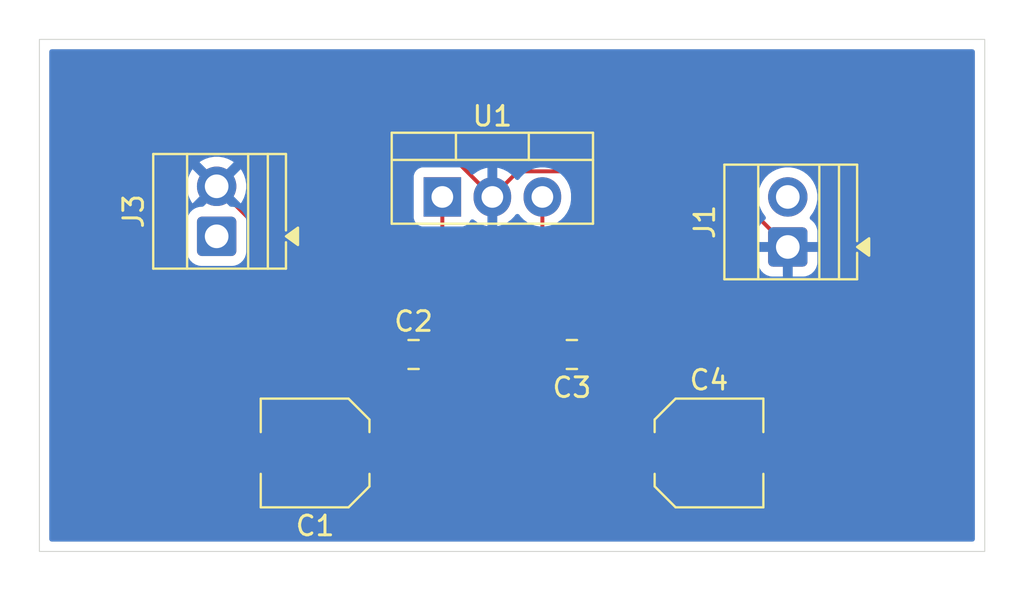
<source format=kicad_pcb>
(kicad_pcb (version 20241229) (generator "pcbnew") (generator_version "9.0")
  (title_block (title "test of knowledge") (date "10/06/2025"))
  (layers (0 "F.Cu" signal) (2 "B.Cu" signal) (13 "F.Paste" user) (15 "B.Paste" user) (5 "F.SilkS" user "F.Silkscreen") (7 "B.SilkS" user "B.Silkscreen") (1 "F.Mask" user) (3 "B.Mask" user) (25 "Edge.Cuts" user))
  (net 0 "")
  (net 1 "Net-(U1-VI)")
  (net 2 "Net-(U1-VO)")
  (net 3 "GND")
  (net 4 "Net-(C1-Pad1)")
  (net 5 "Net-(C3-Pad1)")
  (net 6 "+5V")
  (net 7 "+12V")
  (footprint "TerminalBlock:TerminalBlock_Xinya_XY308-2.54-2P_1x02_P2.54mm_Horizontal" (layer "F.Cu") (at 133 70 90)
    (property "Reference" "J3" (at 1.27 -4.22 90) (layer "F.SilkS"))
    (property "Value" "Screw_Terminal_01x02")
    (fp_line (start 4.18 -3.22) (end 4.18 3.52) (stroke (width 0.12)) (layer "F.SilkS"))
    (fp_line (start -1.64 -3.22) (end 4.18 -3.22) (stroke (width 0.12)) (layer "F.SilkS"))
    (fp_line (start -1.64 -1.5) (end 4.18 -1.5) (stroke (width 0.12)) (layer "F.SilkS"))
    (fp_line (start -1.64 1.6) (end 4.18 1.6) (stroke (width 0.12)) (layer "F.SilkS"))
    (fp_line (start -1.64 2.6) (end 4.18 2.6) (stroke (width 0.12)) (layer "F.SilkS"))
    (fp_line (start 4.18 3.52) (end 0.3 3.52) (stroke (width 0.12)) (layer "F.SilkS"))
    (fp_line (start -0.3 3.52) (end -1.64 3.52) (stroke (width 0.12)) (layer "F.SilkS"))
    (fp_line (start -1.64 3.52) (end -1.64 -3.22) (stroke (width 0.12)) (layer "F.SilkS"))
    (fp_poly (pts (xy 0 3.52) (xy 0.44 4.13) (xy -0.44 4.13)) (stroke (width 0.12)) (fill yes) (layer "F.SilkS"))
    (pad "1" thru_hole roundrect (at 0 0 90) (size 2 2) (drill 1.2) (layers "*.Cu" "*.Mask") (roundrect_rratio 0.125) (net 7 "+12V"))
    (pad "2" thru_hole circle (at 2.54 0 90) (size 2 2) (drill 1.2) (layers "*.Cu" "*.Mask") (net 3 "GND"))
  )
  (footprint "Capacitor_SMD:C_Elec_5x5.4" (layer "F.Cu") (at 138 81 180)
    (property "Reference" "C1" (at 0 -3.7 0) (layer "F.SilkS"))
    (property "Value" "47uF")
    (fp_line (start 2.76 2.76) (end 2.76 1.06) (stroke (width 0.12)) (layer "F.SilkS"))
    (fp_line (start 2.76 -2.76) (end 2.76 -1.06) (stroke (width 0.12)) (layer "F.SilkS"))
    (fp_line (start -1.695563 2.76) (end 2.76 2.76) (stroke (width 0.12)) (layer "F.SilkS"))
    (fp_line (start -1.695563 -2.76) (end 2.76 -2.76) (stroke (width 0.12)) (layer "F.SilkS"))
    (fp_line (start -2.76 1.695563) (end -1.695563 2.76) (stroke (width 0.12)) (layer "F.SilkS"))
    (fp_line (start -2.76 1.695563) (end -2.76 1.06) (stroke (width 0.12)) (layer "F.SilkS"))
    (fp_line (start -2.76 -1.695563) (end -1.695563 -2.76) (stroke (width 0.12)) (layer "F.SilkS"))
    (fp_line (start -2.76 -1.695563) (end -2.76 -1.06) (stroke (width 0.12)) (layer "F.SilkS"))
    (pad "1" smd roundrect (at -2.0625 0 180) (size 2.775 1.6) (layers "F.Cu" "F.Mask" "F.Paste") (roundrect_rratio 0.15625) (net 4 "Net-(C1-Pad1)"))
    (pad "2" smd roundrect (at 2.0625 0 180) (size 2.775 1.6) (layers "F.Cu" "F.Mask" "F.Paste") (roundrect_rratio 0.15625) (net 3 "GND"))
  )
  (footprint "Package_TO_SOT_THT:TO-220-3_Vertical" (layer "F.Cu") (at 144.46 68)
    (property "Reference" "U1" (at 2.54 -4.1 0) (layer "F.SilkS"))
    (property "Value" "LM7805_TO220")
    (fp_line (start -2.57 -3.26) (end 7.65 -3.26) (stroke (width 0.12)) (layer "F.SilkS"))
    (fp_line (start -2.57 -1.88) (end 7.65 -1.88) (stroke (width 0.12)) (layer "F.SilkS"))
    (fp_line (start -2.57 1.36) (end -2.57 -3.26) (stroke (width 0.12)) (layer "F.SilkS"))
    (fp_line (start 0.69 -3.26) (end 0.69 -1.88) (stroke (width 0.12)) (layer "F.SilkS"))
    (fp_line (start 4.39 -3.26) (end 4.39 -1.88) (stroke (width 0.12)) (layer "F.SilkS"))
    (fp_line (start 7.65 -3.26) (end 7.65 1.36) (stroke (width 0.12)) (layer "F.SilkS"))
    (fp_line (start 7.65 1.36) (end -2.57 1.36) (stroke (width 0.12)) (layer "F.SilkS"))
    (pad "1" thru_hole rect (at 0 0) (size 1.905 2) (drill 1.1) (layers "*.Cu" "*.Mask") (net 1 "Net-(U1-VI)"))
    (pad "2" thru_hole oval (at 2.54 0) (size 1.905 2) (drill 1.1) (layers "*.Cu" "*.Mask") (net 3 "GND"))
    (pad "3" thru_hole oval (at 5.08 0) (size 1.905 2) (drill 1.1) (layers "*.Cu" "*.Mask") (net 2 "Net-(U1-VO)"))
  )
  (footprint "TerminalBlock:TerminalBlock_Xinya_XY308-2.54-2P_1x02_P2.54mm_Horizontal" (layer "F.Cu") (at 162 70.54 90)
    (property "Reference" "J1" (at 1.27 -4.22 90) (layer "F.SilkS"))
    (property "Value" "Screw_Terminal_01x02")
    (fp_line (start 4.18 -3.22) (end 4.18 3.52) (stroke (width 0.12)) (layer "F.SilkS"))
    (fp_line (start -1.64 -3.22) (end 4.18 -3.22) (stroke (width 0.12)) (layer "F.SilkS"))
    (fp_line (start -1.64 -1.5) (end 4.18 -1.5) (stroke (width 0.12)) (layer "F.SilkS"))
    (fp_line (start -1.64 1.6) (end 4.18 1.6) (stroke (width 0.12)) (layer "F.SilkS"))
    (fp_line (start -1.64 2.6) (end 4.18 2.6) (stroke (width 0.12)) (layer "F.SilkS"))
    (fp_line (start 4.18 3.52) (end 0.3 3.52) (stroke (width 0.12)) (layer "F.SilkS"))
    (fp_line (start -0.3 3.52) (end -1.64 3.52) (stroke (width 0.12)) (layer "F.SilkS"))
    (fp_line (start -1.64 3.52) (end -1.64 -3.22) (stroke (width 0.12)) (layer "F.SilkS"))
    (fp_poly (pts (xy 0 3.52) (xy 0.44 4.13) (xy -0.44 4.13)) (stroke (width 0.12)) (fill yes) (layer "F.SilkS"))
    (pad "1" thru_hole roundrect (at 0 0 90) (size 2 2) (drill 1.2) (layers "*.Cu" "*.Mask") (roundrect_rratio 0.125) (net 3 "GND"))
    (pad "2" thru_hole circle (at 2.54 0 90) (size 2 2) (drill 1.2) (layers "*.Cu" "*.Mask") (net 6 "+5V"))
  )
  (footprint "Capacitor_SMD:C_0805_2012Metric_Pad1.18x1.45mm_HandSolder" (layer "F.Cu") (at 151.0375 76 180)
    (property "Reference" "C3" (at 0 -1.68 0) (layer "F.SilkS"))
    (property "Value" "0.1 uF")
    (fp_line (start -0.261252 0.735) (end 0.261252 0.735) (stroke (width 0.12)) (layer "F.SilkS"))
    (fp_line (start -0.261252 -0.735) (end 0.261252 -0.735) (stroke (width 0.12)) (layer "F.SilkS"))
    (pad "1" smd roundrect (at -1.0375 0 180) (size 1.175 1.45) (layers "F.Cu" "F.Mask" "F.Paste") (roundrect_rratio 0.212766) (net 5 "Net-(C3-Pad1)"))
    (pad "2" smd roundrect (at 1.0375 0 180) (size 1.175 1.45) (layers "F.Cu" "F.Mask" "F.Paste") (roundrect_rratio 0.212766) (net 2 "Net-(U1-VO)"))
  )
  (footprint "Capacitor_SMD:C_Elec_5x5.4" (layer "F.Cu") (at 158 81)
    (property "Reference" "C4" (at 0 -3.7 0) (layer "F.SilkS"))
    (property "Value" "47uF")
    (fp_line (start -2.76 -1.695563) (end -2.76 -1.06) (stroke (width 0.12)) (layer "F.SilkS"))
    (fp_line (start -2.76 -1.695563) (end -1.695563 -2.76) (stroke (width 0.12)) (layer "F.SilkS"))
    (fp_line (start -2.76 1.695563) (end -2.76 1.06) (stroke (width 0.12)) (layer "F.SilkS"))
    (fp_line (start -2.76 1.695563) (end -1.695563 2.76) (stroke (width 0.12)) (layer "F.SilkS"))
    (fp_line (start -1.695563 -2.76) (end 2.76 -2.76) (stroke (width 0.12)) (layer "F.SilkS"))
    (fp_line (start -1.695563 2.76) (end 2.76 2.76) (stroke (width 0.12)) (layer "F.SilkS"))
    (fp_line (start 2.76 -2.76) (end 2.76 -1.06) (stroke (width 0.12)) (layer "F.SilkS"))
    (fp_line (start 2.76 2.76) (end 2.76 1.06) (stroke (width 0.12)) (layer "F.SilkS"))
    (pad "1" smd roundrect (at -2.0625 0) (size 2.775 1.6) (layers "F.Cu" "F.Mask" "F.Paste") (roundrect_rratio 0.15625) (net 5 "Net-(C3-Pad1)"))
    (pad "2" smd roundrect (at 2.0625 0) (size 2.775 1.6) (layers "F.Cu" "F.Mask" "F.Paste") (roundrect_rratio 0.15625) (net 3 "GND"))
  )
  (footprint "Capacitor_SMD:C_0805_2012Metric_Pad1.18x1.45mm_HandSolder" (layer "F.Cu") (at 143 76)
    (property "Reference" "C2" (at 0 -1.68 0) (layer "F.SilkS"))
    (property "Value" "0.1 uF")
    (fp_line (start -0.261252 -0.735) (end 0.261252 -0.735) (stroke (width 0.12)) (layer "F.SilkS"))
    (fp_line (start -0.261252 0.735) (end 0.261252 0.735) (stroke (width 0.12)) (layer "F.SilkS"))
    (pad "1" smd roundrect (at -1.0375 0) (size 1.175 1.45) (layers "F.Cu" "F.Mask" "F.Paste") (roundrect_rratio 0.212766) (net 4 "Net-(C1-Pad1)"))
    (pad "2" smd roundrect (at 1.0375 0) (size 1.175 1.45) (layers "F.Cu" "F.Mask" "F.Paste") (roundrect_rratio 0.212766) (net 1 "Net-(U1-VI)"))
  )
  (gr_rect (start 124 60) (end 172 86) (stroke (width 0.05)) (fill no) (layer "Edge.Cuts"))
  (segment (start 144.46 75.5775) (end 144.0375 76) (width 0.2) (layer "F.Cu") (net 1))
  (segment (start 144.46 68) (end 144.46 75.5775) (width 0.2) (layer "F.Cu") (net 1))
  (segment (start 149.54 75.54) (end 150 76) (width 0.2) (layer "F.Cu") (net 2))
  (segment (start 149.54 68) (end 149.54 75.54) (width 0.2) (layer "F.Cu") (net 2))
  (segment (start 135.9375 81) (end 135.9375 70.3975) (width 0.2) (layer "F.Cu") (net 3))
  (segment (start 162 70.54) (end 158.159 66.699) (width 0.2) (layer "F.Cu") (net 3))
  (segment (start 162 79.0625) (end 162 70.54) (width 0.2) (layer "F.Cu") (net 3))
  (segment (start 144 65) (end 147 68) (width 0.2) (layer "F.Cu") (net 3))
  (segment (start 160.0625 81) (end 162 79.0625) (width 0.2) (layer "F.Cu") (net 3))
  (segment (start 158.159 66.699) (end 148.301 66.699) (width 0.2) (layer "F.Cu") (net 3))
  (segment (start 135.9375 70.3975) (end 133 67.46) (width 0.2) (layer "F.Cu") (net 3))
  (segment (start 135.46 65) (end 144 65) (width 0.2) (layer "F.Cu") (net 3))
  (segment (start 133 67.46) (end 135.46 65) (width 0.2) (layer "F.Cu") (net 3))
  (segment (start 148.301 66.699) (end 147 68) (width 0.2) (layer "F.Cu") (net 3))
  (segment (start 141.9625 76) (end 141.9625 79.1) (width 0.2) (layer "F.Cu") (net 4))
  (segment (start 141.9625 79.1) (end 140.0625 81) (width 0.2) (layer "F.Cu") (net 4))
  (segment (start 152.075 76) (end 152.075 77.1375) (width 0.2) (layer "F.Cu") (net 5))
  (segment (start 152.075 77.1375) (end 155.9375 81) (width 0.2) (layer "F.Cu") (net 5))
  (zone (net 3) (net_name "GND") (layer "B.Cu") (connect_pads (clearance 0.5)) (min_thickness 0.25) (fill yes (thermal_gap 0.5) (thermal_bridge_width 0.5) (island_removal_mode 1) (island_area_min 10))
    (polygon (pts (xy 122 58) (xy 174 58) (xy 174 88) (xy 122 88)))
  )
)
</source>
